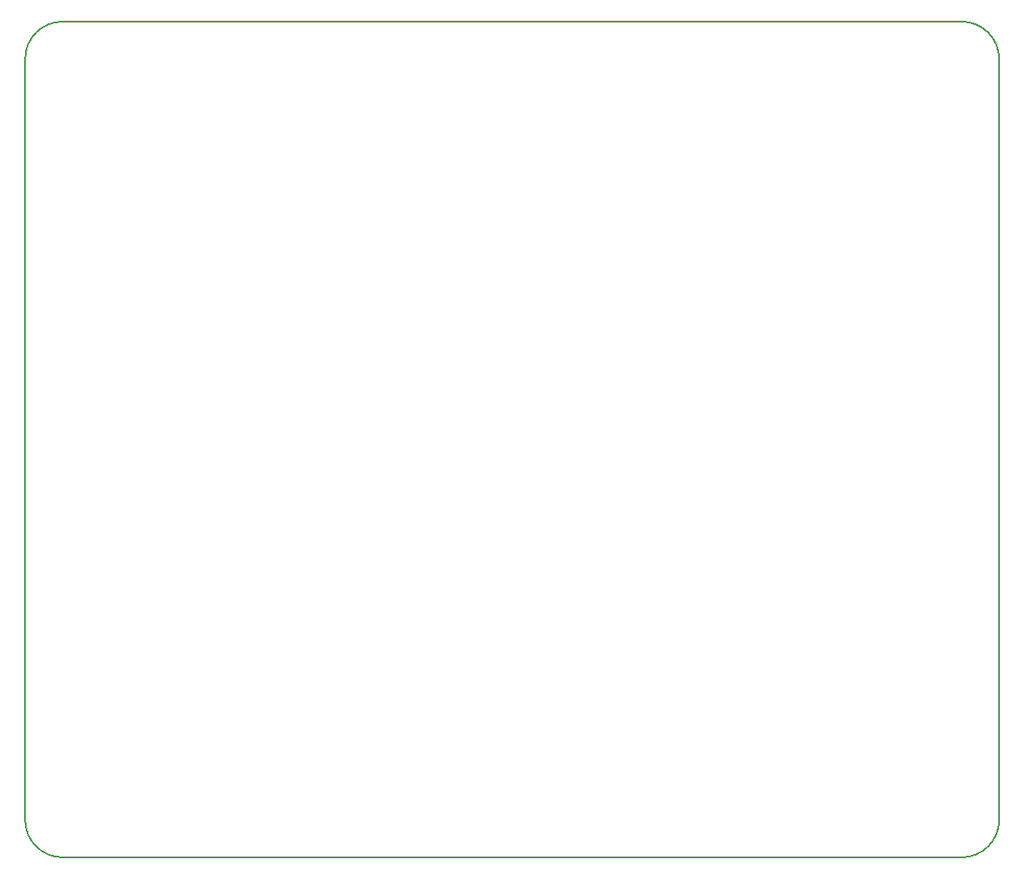
<source format=gbr>
G04 #@! TF.GenerationSoftware,KiCad,Pcbnew,(5.1.4)*
G04 #@! TF.CreationDate,2020-02-11T08:22:00-06:00*
G04 #@! TF.ProjectId,race timer,72616365-2074-4696-9d65-722e6b696361,rev?*
G04 #@! TF.SameCoordinates,PX6e37550PYe88b40*
G04 #@! TF.FileFunction,Profile,NP*
%FSLAX46Y46*%
G04 Gerber Fmt 4.6, Leading zero omitted, Abs format (unit mm)*
G04 Created by KiCad (PCBNEW (5.1.4)) date 2020-02-11 08:22:00*
%MOMM*%
%LPD*%
G04 APERTURE LIST*
%ADD10C,0.150000*%
G04 APERTURE END LIST*
D10*
X-3810000Y0D02*
G75*
G02X0Y-3810000I0J-3810000D01*
G01*
X0Y-81280000D02*
G75*
G02X-3810000Y-85090000I-3810000J0D01*
G01*
X-99060000Y-3810000D02*
G75*
G02X-95250000Y0I3810000J0D01*
G01*
X-92710000Y-85090000D02*
X-95250000Y-85090000D01*
X-95250000Y-85090000D02*
G75*
G02X-99060000Y-81280000I0J3810000D01*
G01*
X-92710000Y0D02*
X-95250000Y0D01*
X-3810000Y0D02*
X-92710000Y0D01*
X-99060000Y-3810000D02*
X-99060000Y-81280000D01*
X0Y-81280000D02*
X0Y-3810000D01*
X-92710000Y-85090000D02*
X-3810000Y-85090000D01*
M02*

</source>
